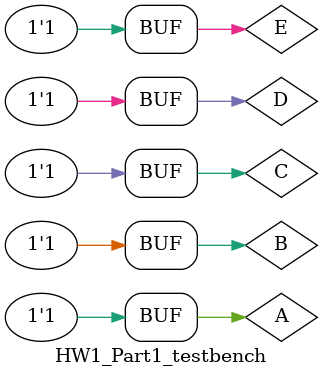
<source format=v>
`timescale 1ns / 1ps


module HW1_Part1(
    input A,
    input B,
    input C,
    input D,
    input E,
    output Y
    
    );
    wire G, F, Y;
    nand(F, B, C, D);
    nand(G, A, F, E);
    not(Y, G);
    
endmodule
module HW1_Part1_testbench;
    wire Y; //output from module
    reg A, B, C, D, E; //inputs to module
    //TODO - Instantiate module under A 
    HW1_Part1  dut(A,B,C,D,E,Y);
    initial begin
    A = 1'b0; B = 1'b0; C = 1'b0; D = 1'b0; E = 1'b0;
    #10;
    A = 1'b0; B = 1'b0; C = 1'b0; D = 1'b0; E = 1'b1;
    #10;
    A = 1'b0; B = 1'b0; C = 1'b0; D = 1'b1; E = 1'b0;
    #10;
    A = 1'b0; B = 1'b0; C = 1'b0; D = 1'b1; E = 1'b1;
    #10;
    A = 1'b0; B = 1'b0; C = 1'b1; D = 1'b0; E = 1'b0;
    #10;
    A = 1'b0; B = 1'b0; C = 1'b1; D = 1'b0; E = 1'b1;
    #10;
    A = 1'b0; B = 1'b0; C = 1'b1; D = 1'b1; E = 1'b0;
    #10;
    A = 1'b0; B = 1'b0; C = 1'b1; D = 1'b1; E = 1'b1;
    #10;
    A = 1'b0; B = 1'b1; C = 1'b0; D = 1'b0; E = 1'b0;
    #10;
    A = 1'b0; B = 1'b1; C = 1'b0; D = 1'b0; E = 1'b1;
    #10;
    A = 1'b0; B = 1'b1; C = 1'b0; D = 1'b1; E = 1'b0;
    #10;
    A = 1'b0; B = 1'b1; C = 1'b0; D = 1'b1; E = 1'b1;
    #10;
    A = 1'b0; B = 1'b1; C = 1'b1; D = 1'b0; E = 1'b0;
    #10;
    A = 1'b0; B = 1'b1; C = 1'b1; D = 1'b0; E = 1'b1;
    #10;
    A = 1'b0; B = 1'b1; C = 1'b1; D = 1'b1; E = 1'b0;
    #10;
    A = 1'b0; B = 1'b1; C = 1'b1; D = 1'b1; E = 1'b1;
    #10;
    A = 1'b1; B = 1'b0; C = 1'b0; D = 1'b0; E = 1'b0;
    #10;
    A = 1'b1; B = 1'b0; C = 1'b0; D = 1'b0; E = 1'b1;
    #10;
    A = 1'b1; B = 1'b0; C = 1'b0; D = 1'b1; E = 1'b0;
    #10;
    A = 1'b1; B = 1'b0; C = 1'b0; D = 1'b1; E = 1'b1;
    #10;
    A = 1'b1; B = 1'b0; C = 1'b1; D = 1'b0; E = 1'b0;
    #10;
    A = 1'b1; B = 1'b0; C = 1'b1; D = 1'b0; E = 1'b1;
    #10;
    A = 1'b1; B = 1'b0; C = 1'b1; D = 1'b1; E = 1'b0;
    #10;
    A = 1'b1; B = 1'b0; C = 1'b1; D = 1'b1; E = 1'b1;
    #10;
    A = 1'b1; B = 1'b1; C = 1'b0; D = 1'b0; E = 1'b0;
    #10;
    A = 1'b1; B = 1'b1; C = 1'b0; D = 1'b0; E = 1'b1;
    #10;
    A = 1'b1; B = 1'b1; C = 1'b0; D = 1'b1; E = 1'b0;
    #10;
    A = 1'b1; B = 1'b1; C = 1'b0; D = 1'b1; E = 1'b1;
    #10;
    A = 1'b1; B = 1'b1; C = 1'b1; D = 1'b0; E = 1'b0;
    #10;
    A = 1'b1; B = 1'b1; C = 1'b1; D = 1'b0; E = 1'b1;
    #10;
    A = 1'b1; B = 1'b1; C = 1'b1; D = 1'b1; E = 1'b0;
    #10;
    A = 1'b1; B = 1'b1; C = 1'b1; D = 1'b1; E = 1'b1;
    #10;
    end
    
endmodule


</source>
